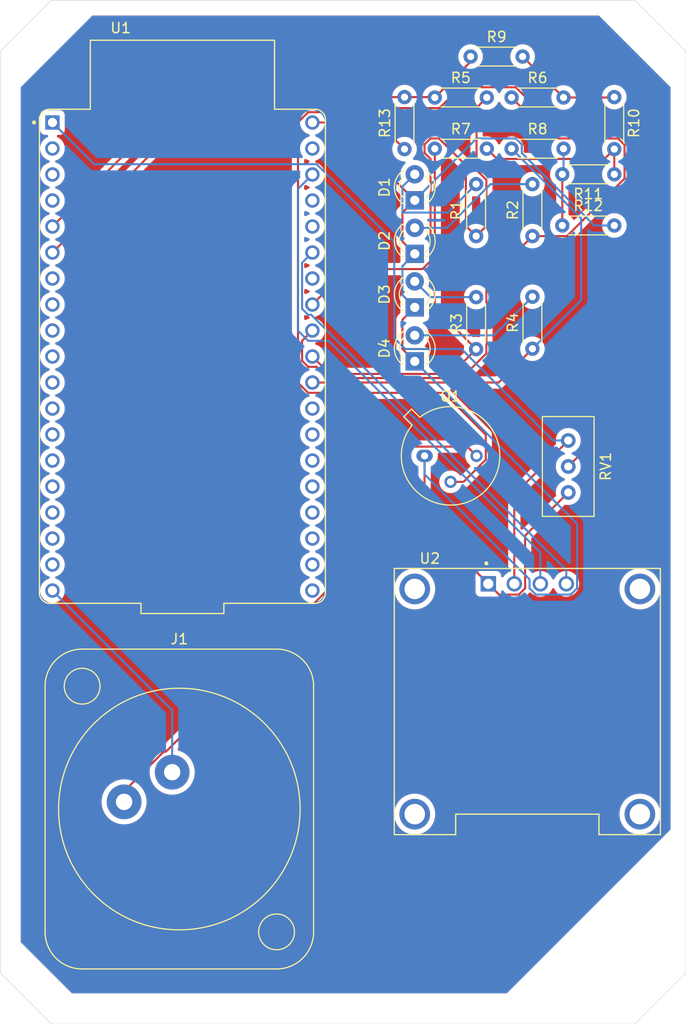
<source format=kicad_pcb>
(kicad_pcb (version 20241229) (generator "pcbnew") (generator_version "9.0")
  (layers (0 "F.Cu" signal) (2 "B.Cu" signal) (13 "F.Paste" user) (15 "B.Paste" user) (5 "F.SilkS" user "F.Silkscreen") (7 "B.SilkS" user "B.Silkscreen") (1 "F.Mask" user) (3 "B.Mask" user) (25 "Edge.Cuts" user))
  (net 0 "")
  (net 1 "Net-(D1-K)")
  (net 2 "Net-(D1-A)")
  (net 3 "Net-(D2-A)")
  (net 4 "Net-(D3-A)")
  (net 5 "Net-(D4-A)")
  (net 6 "Net-(Q1-C)")
  (net 7 "Net-(U1-EXT_5V)")
  (net 8 "Net-(Q1-B)")
  (net 9 "Net-(U1-IO19)")
  (net 10 "Net-(U1-IO18)")
  (net 11 "Net-(U1-IO5)")
  (net 12 "Net-(U1-IO17)")
  (net 13 "Net-(U1-IO34)")
  (net 14 "Net-(R10-Pad1)")
  (net 15 "Net-(R10-Pad2)")
  (net 16 "Net-(R11-Pad2)")
  (net 17 "Net-(U1-3V3)")
  (net 18 "Net-(U1-IO35)")
  (net 25 "Net-(U1-IO21)")
  (net 42 "Net-(U1-IO22)")
  (footprint "DM-OLED096-636:MODULE_DM-OLED096-636" (layer "F.Cu") (at 86.5 92.5)
    (property "Reference" "U2" (at -9.525 -13.97 0) (layer "F.SilkS"))
    (property "Value" "DM-OLED096-636")
    (fp_line (start -13 -13) (end 13 -13) (stroke (width 0.127)) (layer "F.SilkS"))
    (fp_line (start -13 13) (end -13 -13) (stroke (width 0.127)) (layer "F.SilkS"))
    (fp_line (start -7 11) (end -7 13) (stroke (width 0.127)) (layer "F.SilkS"))
    (fp_line (start -7 13) (end -13 13) (stroke (width 0.127)) (layer "F.SilkS"))
    (fp_line (start 7 11) (end -7 11) (stroke (width 0.127)) (layer "F.SilkS"))
    (fp_line (start 7 13) (end 7 11) (stroke (width 0.127)) (layer "F.SilkS"))
    (fp_line (start 13 -13) (end 13 13) (stroke (width 0.127)) (layer "F.SilkS"))
    (fp_line (start 13 13) (end 7 13) (stroke (width 0.127)) (layer "F.SilkS"))
    (fp_circle (center -4 -13.5) (end -3.9 -13.5) (stroke (width 0.2)) (fill no) (layer "F.SilkS"))
    (pad "1" thru_hole rect (at -3.81 -11.5) (size 1.508 1.508) (drill 1) (layers "*.Cu" "*.Mask") (net 1 "Net-(D1-K)"))
    (pad "2" thru_hole circle (at -1.27 -11.5) (size 1.508 1.508) (drill 1) (layers "*.Cu" "*.Mask") (net 17 "Net-(U1-3V3)"))
    (pad "3" thru_hole circle (at 1.27 -11.5) (size 1.508 1.508) (drill 1) (layers "*.Cu" "*.Mask") (net 42 "Net-(U1-IO22)"))
    (pad "4" thru_hole circle (at 3.81 -11.5) (size 1.508 1.508) (drill 1) (layers "*.Cu" "*.Mask") (net 25 "Net-(U1-IO21)"))
    (pad "S1" thru_hole circle (at -11 -11) (size 3 3) (drill 2) (layers "*.Cu" "*.Mask"))
    (pad "S2" thru_hole circle (at 11 -11) (size 3 3) (drill 2) (layers "*.Cu" "*.Mask"))
    (pad "S3" thru_hole circle (at 11 11) (size 3 3) (drill 2) (layers "*.Cu" "*.Mask"))
    (pad "S4" thru_hole circle (at -11 11) (size 3 3) (drill 2) (layers "*.Cu" "*.Mask"))
  )
  (footprint "Resistor_THT:R_Axial_DIN0204_L3.6mm_D1.6mm_P5.08mm_Horizontal" (layer "F.Cu") (at 80.96 29.5)
    (property "Reference" "R9" (at 2.54 -1.92 0) (layer "F.SilkS"))
    (property "Value" "R")
    (fp_line (start 0.62 -0.92) (end 4.46 -0.92) (stroke (width 0.12)) (layer "F.SilkS"))
    (fp_line (start 0.62 0.92) (end 4.46 0.92) (stroke (width 0.12)) (layer "F.SilkS"))
    (pad "1" thru_hole circle (at 0 0) (size 1.4 1.4) (drill 0.7) (layers "*.Cu" "*.Mask") (net 13 "Net-(U1-IO34)"))
    (pad "2" thru_hole circle (at 5.08 0) (size 1.4 1.4) (drill 0.7) (layers "*.Cu" "*.Mask") (net 14 "Net-(R10-Pad1)"))
  )
  (footprint "Resistor_THT:R_Axial_DIN0204_L3.6mm_D1.6mm_P5.08mm_Horizontal" (layer "F.Cu") (at 84.96 33.5)
    (property "Reference" "R6" (at 2.54 -1.92 0) (layer "F.SilkS"))
    (property "Value" "R")
    (fp_line (start 0.62 -0.92) (end 4.46 -0.92) (stroke (width 0.12)) (layer "F.SilkS"))
    (fp_line (start 0.62 0.92) (end 4.46 0.92) (stroke (width 0.12)) (layer "F.SilkS"))
    (pad "1" thru_hole circle (at 0 0) (size 1.4 1.4) (drill 0.7) (layers "*.Cu" "*.Mask") (net 10 "Net-(U1-IO18)"))
    (pad "2" thru_hole circle (at 5.08 0) (size 1.4 1.4) (drill 0.7) (layers "*.Cu" "*.Mask") (net 14 "Net-(R10-Pad1)"))
  )
  (footprint "Package_TO_SOT_THT:TO-39-3" (layer "F.Cu") (at 76.46 68.5)
    (property "Reference" "Q1" (at 2.54 -5.81 0) (layer "F.SilkS"))
    (property "Value" "2N2219")
    (fp_line (start -2.034693 -3.811018) (end -1.22152 -2.997844) (stroke (width 0.12)) (layer "F.SilkS"))
    (fp_line (start -1.271018 -4.574693) (end -2.034693 -3.811018) (stroke (width 0.12)) (layer "F.SilkS"))
    (fp_line (start -0.457844 -3.76152) (end -1.271018 -4.574693) (stroke (width 0.12)) (layer "F.SilkS"))
    (fp_arc (start -0.457844 -3.76152) (mid 5.941184 3.401184) (end -1.22152 -2.997844) (stroke (width 0.12)) (layer "F.SilkS"))
    (pad "1" thru_hole oval (at 0 0) (size 1.6 1.2) (drill 0.7) (layers "*.Cu" "*.Mask") (net 1 "Net-(D1-K)"))
    (pad "2" thru_hole circle (at 2.54 2.54) (size 1.2 1.2) (drill 0.7) (layers "*.Cu" "*.Mask") (net 8 "Net-(Q1-B)"))
    (pad "3" thru_hole circle (at 5.08 0) (size 1.2 1.2) (drill 0.7) (layers "*.Cu" "*.Mask") (net 6 "Net-(Q1-C)"))
  )
  (footprint "LED_THT:LED_D3.0mm_Clear" (layer "F.Cu") (at 75.5 54 90)
    (property "Reference" "D3" (at 1.27 -2.96 90) (layer "F.SilkS"))
    (property "Value" "LED")
    (fp_line (start -0.29 -1.236) (end -0.29 -1.08) (stroke (width 0.12)) (layer "F.SilkS"))
    (fp_line (start -0.29 1.08) (end -0.29 1.236) (stroke (width 0.12)) (layer "F.SilkS"))
    (fp_arc (start -0.29 -1.235516) (mid 1.36566 -1.987699) (end 2.941437 -1.08) (stroke (width 0.12)) (layer "F.SilkS"))
    (fp_arc (start 0.229039 -1.08) (mid 1.27 -1.5) (end 2.310961 -1.08) (stroke (width 0.12)) (layer "F.SilkS"))
    (fp_arc (start 2.941437 1.08) (mid 1.36566 1.987699) (end -0.29 1.235516) (stroke (width 0.12)) (layer "F.SilkS"))
    (fp_arc (start 2.310961 1.08) (mid 1.27 1.5) (end 0.229039 1.08) (stroke (width 0.12)) (layer "F.SilkS"))
    (pad "1" thru_hole rect (at 0 0 90) (size 1.8 1.8) (drill 0.9) (layers "*.Cu" "*.Mask") (net 1 "Net-(D1-K)"))
    (pad "2" thru_hole circle (at 2.54 0 90) (size 1.8 1.8) (drill 0.9) (layers "*.Cu" "*.Mask") (net 4 "Net-(D3-A)"))
  )
  (footprint "LED_THT:LED_D3.0mm_Clear" (layer "F.Cu") (at 75.5 43.54 90)
    (property "Reference" "D1" (at 1.27 -2.96 90) (layer "F.SilkS"))
    (property "Value" "LED")
    (fp_line (start -0.29 -1.236) (end -0.29 -1.08) (stroke (width 0.12)) (layer "F.SilkS"))
    (fp_line (start -0.29 1.08) (end -0.29 1.236) (stroke (width 0.12)) (layer "F.SilkS"))
    (fp_arc (start -0.29 -1.235516) (mid 1.36566 -1.987699) (end 2.941437 -1.08) (stroke (width 0.12)) (layer "F.SilkS"))
    (fp_arc (start 0.229039 -1.08) (mid 1.27 -1.5) (end 2.310961 -1.08) (stroke (width 0.12)) (layer "F.SilkS"))
    (fp_arc (start 2.941437 1.08) (mid 1.36566 1.987699) (end -0.29 1.235516) (stroke (width 0.12)) (layer "F.SilkS"))
    (fp_arc (start 2.310961 1.08) (mid 1.27 1.5) (end 0.229039 1.08) (stroke (width 0.12)) (layer "F.SilkS"))
    (pad "1" thru_hole rect (at 0 0 90) (size 1.8 1.8) (drill 0.9) (layers "*.Cu" "*.Mask") (net 1 "Net-(D1-K)"))
    (pad "2" thru_hole circle (at 2.54 0 90) (size 1.8 1.8) (drill 0.9) (layers "*.Cu" "*.Mask") (net 2 "Net-(D1-A)"))
  )
  (footprint "LED_THT:LED_D3.0mm_Clear" (layer "F.Cu") (at 75.5 59.27 90)
    (property "Reference" "D4" (at 1.27 -2.96 90) (layer "F.SilkS"))
    (property "Value" "LED")
    (fp_line (start -0.29 -1.236) (end -0.29 -1.08) (stroke (width 0.12)) (layer "F.SilkS"))
    (fp_line (start -0.29 1.08) (end -0.29 1.236) (stroke (width 0.12)) (layer "F.SilkS"))
    (fp_arc (start -0.29 -1.235516) (mid 1.36566 -1.987699) (end 2.941437 -1.08) (stroke (width 0.12)) (layer "F.SilkS"))
    (fp_arc (start 0.229039 -1.08) (mid 1.27 -1.5) (end 2.310961 -1.08) (stroke (width 0.12)) (layer "F.SilkS"))
    (fp_arc (start 2.941437 1.08) (mid 1.36566 1.987699) (end -0.29 1.235516) (stroke (width 0.12)) (layer "F.SilkS"))
    (fp_arc (start 2.310961 1.08) (mid 1.27 1.5) (end 0.229039 1.08) (stroke (width 0.12)) (layer "F.SilkS"))
    (pad "1" thru_hole rect (at 0 0 90) (size 1.8 1.8) (drill 0.9) (layers "*.Cu" "*.Mask") (net 1 "Net-(D1-K)"))
    (pad "2" thru_hole circle (at 2.54 0 90) (size 1.8 1.8) (drill 0.9) (layers "*.Cu" "*.Mask") (net 5 "Net-(D4-A)"))
  )
  (footprint "Resistor_THT:R_Axial_DIN0204_L3.6mm_D1.6mm_P5.08mm_Horizontal" (layer "F.Cu") (at 84.96 38.5)
    (property "Reference" "R8" (at 2.54 -1.92 0) (layer "F.SilkS"))
    (property "Value" "R")
    (fp_line (start 0.62 -0.92) (end 4.46 -0.92) (stroke (width 0.12)) (layer "F.SilkS"))
    (fp_line (start 0.62 0.92) (end 4.46 0.92) (stroke (width 0.12)) (layer "F.SilkS"))
    (pad "1" thru_hole circle (at 0 0) (size 1.4 1.4) (drill 0.7) (layers "*.Cu" "*.Mask") (net 12 "Net-(U1-IO17)"))
    (pad "2" thru_hole circle (at 5.08 0) (size 1.4 1.4) (drill 0.7) (layers "*.Cu" "*.Mask") (net 16 "Net-(R11-Pad2)"))
  )
  (footprint "Resistor_THT:R_Axial_DIN0204_L3.6mm_D1.6mm_P5.08mm_Horizontal" (layer "F.Cu") (at 81.5 47.04 90)
    (property "Reference" "R1" (at 2.54 -1.92 90) (layer "F.SilkS"))
    (property "Value" "R")
    (fp_line (start 0.62 -0.92) (end 4.46 -0.92) (stroke (width 0.12)) (layer "F.SilkS"))
    (fp_line (start 0.62 0.92) (end 4.46 0.92) (stroke (width 0.12)) (layer "F.SilkS"))
    (pad "1" thru_hole circle (at 0 0 90) (size 1.4 1.4) (drill 0.7) (layers "*.Cu" "*.Mask") (net 9 "Net-(U1-IO19)"))
    (pad "2" thru_hole circle (at 5.08 0 90) (size 1.4 1.4) (drill 0.7) (layers "*.Cu" "*.Mask") (net 2 "Net-(D1-A)"))
  )
  (footprint "Potentiometer_THT:Potentiometer_Bourns_3296W_Vertical" (layer "F.Cu") (at 90.5 72.08 -90)
    (property "Reference" "RV1" (at -2.54 -3.66 90) (layer "F.SilkS"))
    (property "Value" "R_Potentiometer_Trim_US")
    (fp_line (start -7.415 2.53) (end -7.415 -2.52) (stroke (width 0.12)) (layer "F.SilkS"))
    (fp_line (start 2.335 2.53) (end -7.415 2.53) (stroke (width 0.12)) (layer "F.SilkS"))
    (fp_line (start -7.415 -2.52) (end 2.335 -2.52) (stroke (width 0.12)) (layer "F.SilkS"))
    (fp_line (start 2.335 -2.52) (end 2.335 2.53) (stroke (width 0.12)) (layer "F.SilkS"))
    (pad "1" thru_hole circle (at 0 0 270) (size 1.44 1.44) (drill 0.8) (layers "*.Cu" "*.Mask") (net 1 "Net-(D1-K)"))
    (pad "2" thru_hole circle (at -2.54 0 270) (size 1.44 1.44) (drill 0.8) (layers "*.Cu" "*.Mask") (net 18 "Net-(U1-IO35)"))
    (pad "3" thru_hole circle (at -5.08 0 270) (size 1.44 1.44) (drill 0.8) (layers "*.Cu" "*.Mask") (net 17 "Net-(U1-3V3)"))
  )
  (footprint "LED_THT:LED_D3.0mm_Clear" (layer "F.Cu") (at 75.5 48.77 90)
    (property "Reference" "D2" (at 1.27 -2.96 90) (layer "F.SilkS"))
    (property "Value" "LED")
    (fp_line (start -0.29 -1.236) (end -0.29 -1.08) (stroke (width 0.12)) (layer "F.SilkS"))
    (fp_line (start -0.29 1.08) (end -0.29 1.236) (stroke (width 0.12)) (layer "F.SilkS"))
    (fp_arc (start -0.29 -1.235516) (mid 1.36566 -1.987699) (end 2.941437 -1.08) (stroke (width 0.12)) (layer "F.SilkS"))
    (fp_arc (start 0.229039 -1.08) (mid 1.27 -1.5) (end 2.310961 -1.08) (stroke (width 0.12)) (layer "F.SilkS"))
    (fp_arc (start 2.941437 1.08) (mid 1.36566 1.987699) (end -0.29 1.235516) (stroke (width 0.12)) (layer "F.SilkS"))
    (fp_arc (start 2.310961 1.08) (mid 1.27 1.5) (end 0.229039 1.08) (stroke (width 0.12)) (layer "F.SilkS"))
    (pad "1" thru_hole rect (at 0 0 90) (size 1.8 1.8) (drill 0.9) (layers "*.Cu" "*.Mask") (net 1 "Net-(D1-K)"))
    (pad "2" thru_hole circle (at 2.54 0 90) (size 1.8 1.8) (drill 0.9) (layers "*.Cu" "*.Mask") (net 3 "Net-(D2-A)"))
  )
  (footprint "ESP32:MODULE_ESP32-DEVKITC-32E" (layer "F.Cu") (at 52.8 58.775)
    (property "Reference" "U1" (at -6.0325 -32.0675 0) (layer "F.SilkS"))
    (property "Value" "ESP32-DEVKITC-32E")
    (fp_line (start -13.97 23.13) (end -13.97 -23.13) (stroke (width 0.127)) (layer "F.SilkS"))
    (fp_line (start -12.97 -24.13) (end -9 -24.13) (stroke (width 0.127)) (layer "F.SilkS"))
    (fp_line (start -12.97 24.13) (end -4.05 24.13) (stroke (width 0.127)) (layer "F.SilkS"))
    (fp_line (start -9 -30.87) (end 9 -30.87) (stroke (width 0.127)) (layer "F.SilkS"))
    (fp_line (start -9 -24.13) (end -9 -30.87) (stroke (width 0.127)) (layer "F.SilkS"))
    (fp_line (start -4.05 24.13) (end -4.05 25.13) (stroke (width 0.127)) (layer "F.SilkS"))
    (fp_line (start -4.05 25.13) (end 4.05 25.13) (stroke (width 0.127)) (layer "F.SilkS"))
    (fp_line (start 4.05 24.13) (end 12.97 24.13) (stroke (width 0.127)) (layer "F.SilkS"))
    (fp_line (start 4.05 25.13) (end 4.05 24.13) (stroke (width 0.127)) (layer "F.SilkS"))
    (fp_line (start 9 -30.87) (end 9 -24.13) (stroke (width 0.127)) (layer "F.SilkS"))
    (fp_line (start 9 -24.13) (end 12.97 -24.13) (stroke (width 0.127)) (layer "F.SilkS"))
    (fp_line (start 13.97 23.13) (end 13.97 -23.13) (stroke (width 0.127)) (layer "F.SilkS"))
    (fp_arc (start -13.97 -23.13) (mid -13.677107 -23.837107) (end -12.97 -24.13) (stroke (width 0.127)) (layer "F.SilkS"))
    (fp_arc (start -12.97 24.13) (mid -13.677107 23.837107) (end -13.97 23.13) (stroke (width 0.127)) (layer "F.SilkS"))
    (fp_arc (start 12.97 -24.13) (mid 13.677107 -23.837107) (end 13.97 -23.13) (stroke (width 0.127)) (layer "F.SilkS"))
    (fp_arc (start 13.97 23.13) (mid 13.677107 23.837107) (end 12.97 24.13) (stroke (width 0.127)) (layer "F.SilkS"))
    (fp_circle (center -14.5 -22.835) (end -14.4 -22.835) (stroke (width 0.2)) (fill no) (layer "F.SilkS"))
    (pad "J2_1" thru_hole rect (at -12.7 -22.835) (size 1.408 1.408) (drill 0.9) (layers "*.Cu" "*.Mask") (net 17 "Net-(U1-3V3)"))
    (pad "J2_2" thru_hole circle (at -12.7 -20.295) (size 1.408 1.408) (drill 0.9) (layers "*.Cu" "*.Mask"))
    (pad "J2_3" thru_hole circle (at -12.7 -17.755) (size 1.408 1.408) (drill 0.9) (layers "*.Cu" "*.Mask"))
    (pad "J2_4" thru_hole circle (at -12.7 -15.215) (size 1.408 1.408) (drill 0.9) (layers "*.Cu" "*.Mask"))
    (pad "J2_5" thru_hole circle (at -12.7 -12.675) (size 1.408 1.408) (drill 0.9) (layers "*.Cu" "*.Mask") (net 13 "Net-(U1-IO34)"))
    (pad "J2_6" thru_hole circle (at -12.7 -10.135) (size 1.408 1.408) (drill 0.9) (layers "*.Cu" "*.Mask") (net 18 "Net-(U1-IO35)"))
    (pad "J2_7" thru_hole circle (at -12.7 -7.595) (size 1.408 1.408) (drill 0.9) (layers "*.Cu" "*.Mask"))
    (pad "J2_8" thru_hole circle (at -12.7 -5.055) (size 1.408 1.408) (drill 0.9) (layers "*.Cu" "*.Mask"))
    (pad "J2_9" thru_hole circle (at -12.7 -2.515) (size 1.408 1.408) (drill 0.9) (layers "*.Cu" "*.Mask"))
    (pad "J2_10" thru_hole circle (at -12.7 0.025) (size 1.408 1.408) (drill 0.9) (layers "*.Cu" "*.Mask"))
    (pad "J2_11" thru_hole circle (at -12.7 2.565) (size 1.408 1.408) (drill 0.9) (layers "*.Cu" "*.Mask"))
    (pad "J2_12" thru_hole circle (at -12.7 5.105) (size 1.408 1.408) (drill 0.9) (layers "*.Cu" "*.Mask"))
    (pad "J2_13" thru_hole circle (at -12.7 7.645) (size 1.408 1.408) (drill 0.9) (layers "*.Cu" "*.Mask"))
    (pad "J2_14" thru_hole circle (at -12.7 10.185) (size 1.408 1.408) (drill 0.9) (layers "*.Cu" "*.Mask"))
    (pad "J2_15" thru_hole circle (at -12.7 12.725) (size 1.408 1.408) (drill 0.9) (layers "*.Cu" "*.Mask"))
    (pad "J2_16" thru_hole circle (at -12.7 15.265) (size 1.408 1.408) (drill 0.9) (layers "*.Cu" "*.Mask"))
    (pad "J2_17" thru_hole circle (at -12.7 17.805) (size 1.408 1.408) (drill 0.9) (layers "*.Cu" "*.Mask"))
    (pad "J2_18" thru_hole circle (at -12.7 20.345) (size 1.408 1.408) (drill 0.9) (layers "*.Cu" "*.Mask"))
    (pad "J2_19" thru_hole circle (at -12.7 22.885) (size 1.408 1.408) (drill 0.9) (layers "*.Cu" "*.Mask") (net 7 "Net-(U1-EXT_5V)"))
    (pad "J3_1" thru_hole circle (at 12.7 -22.835) (size 1.408 1.408) (drill 0.9) (layers "*.Cu" "*.Mask") (net 1 "Net-(D1-K)"))
    (pad "J3_2" thru_hole circle (at 12.7 -20.295) (size 1.408 1.408) (drill 0.9) (layers "*.Cu" "*.Mask"))
    (pad "J3_3" thru_hole circle (at 12.7 -17.755) (size 1.408 1.408) (drill 0.9) (layers "*.Cu" "*.Mask") (net 42 "Net-(U1-IO22)"))
    (pad "J3_4" thru_hole circle (at 12.7 -15.215) (size 1.408 1.408) (drill 0.9) (layers "*.Cu" "*.Mask"))
    (pad "J3_5" thru_hole circle (at 12.7 -12.675) (size 1.408 1.408) (drill 0.9) (layers "*.Cu" "*.Mask"))
    (pad "J3_6" thru_hole circle (at 12.7 -10.135) (size 1.408 1.408) (drill 0.9) (layers "*.Cu" "*.Mask") (net 25 "Net-(U1-IO21)"))
    (pad "J3_7" thru_hole circle (at 12.7 -7.595) (size 1.408 1.408) (drill 0.9) (layers "*.Cu" "*.Mask"))
    (pad "J3_8" thru_hole circle (at 12.7 -5.055) (size 1.408 1.408) (drill 0.9) (layers "*.Cu" "*.Mask") (net 9 "Net-(U1-IO19)"))
    (pad "J3_9" thru_hole circle (at 12.7 -2.515) (size 1.408 1.408) (drill 0.9) (layers "*.Cu" "*.Mask") (net 10 "Net-(U1-IO18)"))
    (pad "J3_10" thru_hole circle (at 12.7 0.025) (size 1.408 1.408) (drill 0.9) (layers "*.Cu" "*.Mask") (net 11 "Net-(U1-IO5)"))
    (pad "J3_11" thru_hole circle (at 12.7 2.565) (size 1.408 1.408) (drill 0.9) (layers "*.Cu" "*.Mask") (net 12 "Net-(U1-IO17)"))
    (pad "J3_12" thru_hole circle (at 12.7 5.105) (size 1.408 1.408) (drill 0.9) (layers "*.Cu" "*.Mask"))
    (pad "J3_13" thru_hole circle (at 12.7 7.645) (size 1.408 1.408) (drill 0.9) (layers "*.Cu" "*.Mask"))
    (pad "J3_14" thru_hole circle (at 12.7 10.185) (size 1.408 1.408) (drill 0.9) (layers "*.Cu" "*.Mask"))
    (pad "J3_15" thru_hole circle (at 12.7 12.725) (size 1.408 1.408) (drill 0.9) (layers "*.Cu" "*.Mask"))
    (pad "J3_16" thru_hole circle (at 12.7 15.265) (size 1.408 1.408) (drill 0.9) (layers "*.Cu" "*.Mask"))
    (pad "J3_17" thru_hole circle (at 12.7 17.805) (size 1.408 1.408) (drill 0.9) (layers "*.Cu" "*.Mask"))
    (pad "J3_18" thru_hole circle (at 12.7 20.345) (size 1.408 1.408) (drill 0.9) (layers "*.Cu" "*.Mask"))
    (pad "J3_19" thru_hole circle (at 12.7 22.885) (size 1.408 1.408) (drill 0.9) (layers "*.Cu" "*.Mask"))
  )
  (footprint "Connector_Audio:Jack_speakON_Neutrik_NL2MDXX-V_Vertical" (layer "F.Cu") (at 51.8 99.4)
    (property "Reference" "J1" (at 0.7 -13 0) (layer "F.SilkS"))
    (property "Value" "SpeakON_NL2")
    (fp_line (start -12.42 15.72) (end -12.42 -8.52) (stroke (width 0.12)) (layer "F.SilkS"))
    (fp_line (start -8.92 -12.02) (end 10.32 -12.02) (stroke (width 0.12)) (layer "F.SilkS"))
    (fp_line (start -8.92 19.22) (end 10.32 19.22) (stroke (width 0.12)) (layer "F.SilkS"))
    (fp_line (start 13.82 15.72) (end 13.82 -8.52) (stroke (width 0.12)) (layer "F.SilkS"))
    (fp_arc (start -12.42 -8.52) (mid -11.274874 -11.044579) (end -8.68 -12.02) (stroke (width 0.12)) (layer "F.SilkS"))
    (fp_arc (start -8.92 19.22) (mid -11.444579 18.074874) (end -12.42 15.48) (stroke (width 0.12)) (layer "F.SilkS"))
    (fp_arc (start 10.32 -12.02) (mid 12.844579 -10.874874) (end 13.82 -8.28) (stroke (width 0.12)) (layer "F.SilkS"))
    (fp_arc (start 13.82 15.72) (mid 12.674874 18.244579) (end 10.08 19.22) (stroke (width 0.12)) (layer "F.SilkS"))
    (fp_circle (center -8.8 -8.4) (end -7.05 -8.4) (stroke (width 0.12)) (fill no) (layer "F.SilkS"))
    (fp_circle (center 0.7 3.6) (end 12.5 3.6) (stroke (width 0.12)) (fill no) (layer "F.SilkS"))
    (fp_circle (center 10.2 15.6) (end 11.95 15.6) (stroke (width 0.12)) (fill no) (layer "F.SilkS"))
    (pad "1+" thru_hole circle (at 0 0) (size 3.4 3.4) (drill 1.6) (layers "*.Cu" "*.Mask") (net 7 "Net-(U1-EXT_5V)"))
    (pad "1-" thru_hole circle (at -4.7 2.9) (size 3.4 3.4) (drill 1.6) (layers "*.Cu" "*.Mask") (net 6 "Net-(Q1-C)"))
  )
  (footprint "Resistor_THT:R_Axial_DIN0204_L3.6mm_D1.6mm_P5.08mm_Horizontal" (layer "F.Cu") (at 77.46 33.5)
    (property "Reference" "R5" (at 2.54 -1.92 0) (layer "F.SilkS"))
    (property "Value" "R")
    (fp_line (start 0.62 -0.92) (end 4.46 -0.92) (stroke (width 0.12)) (layer "F.SilkS"))
    (fp_line (start 0.62 0.92) (end 4.46 0.92) (stroke (width 0.12)) (layer "F.SilkS"))
    (pad "1" thru_hole circle (at 0 0) (size 1.4 1.4) (drill 0.7) (layers "*.Cu" "*.Mask") (net 13 "Net-(U1-IO34)"))
    (pad "2" thru_hole circle (at 5.08 0) (size 1.4 1.4) (drill 0.7) (layers "*.Cu" "*.Mask") (net 9 "Net-(U1-IO19)"))
  )
  (footprint "Resistor_THT:R_Axial_DIN0204_L3.6mm_D1.6mm_P5.08mm_Horizontal" (layer "F.Cu") (at 89.92 46)
    (property "Reference" "R12" (at 2.54 -1.92 0) (layer "F.SilkS"))
    (property "Value" "R")
    (fp_line (start 0.62 -0.92) (end 4.46 -0.92) (stroke (width 0.12)) (layer "F.SilkS"))
    (fp_line (start 0.62 0.92) (end 4.46 0.92) (stroke (width 0.12)) (layer "F.SilkS"))
    (pad "1" thru_hole circle (at 0 0) (size 1.4 1.4) (drill 0.7) (layers "*.Cu" "*.Mask") (net 16 "Net-(R11-Pad2)"))
    (pad "2" thru_hole circle (at 5.08 0) (size 1.4 1.4) (drill 0.7) (layers "*.Cu" "*.Mask") (net 1 "Net-(D1-K)"))
  )
  (footprint "Resistor_THT:R_Axial_DIN0204_L3.6mm_D1.6mm_P5.08mm_Horizontal" (layer "F.Cu") (at 87 58.04 90)
    (property "Reference" "R4" (at 2.54 -1.92 90) (layer "F.SilkS"))
    (property "Value" "R")
    (fp_line (start 0.62 -0.92) (end 4.46 -0.92) (stroke (width 0.12)) (layer "F.SilkS"))
    (fp_line (start 0.62 0.92) (end 4.46 0.92) (stroke (width 0.12)) (layer "F.SilkS"))
    (pad "1" thru_hole circle (at 0 0 90) (size 1.4 1.4) (drill 0.7) (layers "*.Cu" "*.Mask") (net 12 "Net-(U1-IO17)"))
    (pad "2" thru_hole circle (at 5.08 0 90) (size 1.4 1.4) (drill 0.7) (layers "*.Cu" "*.Mask") (net 5 "Net-(D4-A)"))
  )
  (footprint "Resistor_THT:R_Axial_DIN0204_L3.6mm_D1.6mm_P5.08mm_Horizontal" (layer "F.Cu") (at 87 47.04 90)
    (property "Reference" "R2" (at 2.54 -1.92 90) (layer "F.SilkS"))
    (property "Value" "R")
    (fp_line (start 0.62 -0.92) (end 4.46 -0.92) (stroke (width 0.12)) (layer "F.SilkS"))
    (fp_line (start 0.62 0.92) (end 4.46 0.92) (stroke (width 0.12)) (layer "F.SilkS"))
    (pad "1" thru_hole circle (at 0 0 90) (size 1.4 1.4) (drill 0.7) (layers "*.Cu" "*.Mask") (net 10 "Net-(U1-IO18)"))
    (pad "2" thru_hole circle (at 5.08 0 90) (size 1.4 1.4) (drill 0.7) (layers "*.Cu" "*.Mask") (net 3 "Net-(D2-A)"))
  )
  (footprint "Resistor_THT:R_Axial_DIN0204_L3.6mm_D1.6mm_P5.08mm_Horizontal" (layer "F.Cu") (at 77.46 38.5)
    (property "Reference" "R7" (at 2.54 -1.92 0) (layer "F.SilkS"))
    (property "Value" "R")
    (fp_line (start 0.62 -0.92) (end 4.46 -0.92) (stroke (width 0.12)) (layer "F.SilkS"))
    (fp_line (start 0.62 0.92) (end 4.46 0.92) (stroke (width 0.12)) (layer "F.SilkS"))
    (pad "1" thru_hole circle (at 0 0) (size 1.4 1.4) (drill 0.7) (layers "*.Cu" "*.Mask") (net 11 "Net-(U1-IO5)"))
    (pad "2" thru_hole circle (at 5.08 0) (size 1.4 1.4) (drill 0.7) (layers "*.Cu" "*.Mask") (net 15 "Net-(R10-Pad2)"))
  )
  (footprint "Resistor_THT:R_Axial_DIN0204_L3.6mm_D1.6mm_P5.08mm_Horizontal" (layer "F.Cu") (at 74.5 38.54 90)
    (property "Reference" "R13" (at 2.54 -1.92 90) (layer "F.SilkS"))
    (property "Value" "R")
    (fp_line (start 0.62 -0.92) (end 4.46 -0.92) (stroke (width 0.12)) (layer "F.SilkS"))
    (fp_line (start 0.62 0.92) (end 4.46 0.92) (stroke (width 0.12)) (layer "F.SilkS"))
    (pad "1" thru_hole circle (at 0 0 90) (size 1.4 1.4) (drill 0.7) (layers "*.Cu" "*.Mask") (net 8 "Net-(Q1-B)"))
    (pad "2" thru_hole circle (at 5.08 0 90) (size 1.4 1.4) (drill 0.7) (layers "*.Cu" "*.Mask") (net 13 "Net-(U1-IO34)"))
  )
  (footprint "Resistor_THT:R_Axial_DIN0204_L3.6mm_D1.6mm_P5.08mm_Horizontal" (layer "F.Cu") (at 81.5 58.08 90)
    (property "Reference" "R3" (at 2.54 -1.92 90) (layer "F.SilkS"))
    (property "Value" "R")
    (fp_line (start 0.62 -0.92) (end 4.46 -0.92) (stroke (width 0.12)) (layer "F.SilkS"))
    (fp_line (start 0.62 0.92) (end 4.46 0.92) (stroke (width 0.12)) (layer "F.SilkS"))
    (pad "1" thru_hole circle (at 0 0 90) (size 1.4 1.4) (drill 0.7) (layers "*.Cu" "*.Mask") (net 11 "Net-(U1-IO5)"))
    (pad "2" thru_hole circle (at 5.08 0 90) (size 1.4 1.4) (drill 0.7) (layers "*.Cu" "*.Mask") (net 4 "Net-(D3-A)"))
  )
  (footprint "Resistor_THT:R_Axial_DIN0204_L3.6mm_D1.6mm_P5.08mm_Horizontal" (layer "F.Cu") (at 95 41 180)
    (property "Reference" "R11" (at 2.54 -1.92 0) (layer "F.SilkS"))
    (property "Value" "R")
    (fp_line (start 0.62 0.92) (end 4.46 0.92) (stroke (width 0.12)) (layer "F.SilkS"))
    (fp_line (start 0.62 -0.92) (end 4.46 -0.92) (stroke (width 0.12)) (layer "F.SilkS"))
    (pad "1" thru_hole circle (at 0 0 180) (size 1.4 1.4) (drill 0.7) (layers "*.Cu" "*.Mask") (net 15 "Net-(R10-Pad2)"))
    (pad "2" thru_hole circle (at 5.08 0 180) (size 1.4 1.4) (drill 0.7) (layers "*.Cu" "*.Mask") (net 16 "Net-(R11-Pad2)"))
  )
  (footprint "Resistor_THT:R_Axial_DIN0204_L3.6mm_D1.6mm_P5.08mm_Horizontal" (layer "F.Cu") (at 95 33.46 -90)
    (property "Reference" "R10" (at 2.54 -1.92 90) (layer "F.SilkS"))
    (property "Value" "R")
    (fp_line (start 0.62 0.92) (end 4.46 0.92) (stroke (width 0.12)) (layer "F.SilkS"))
    (fp_line (start 0.62 -0.92) (end 4.46 -0.92) (stroke (width 0.12)) (layer "F.SilkS"))
    (pad "1" thru_hole circle (at 0 0 270) (size 1.4 1.4) (drill 0.7) (layers "*.Cu" "*.Mask") (net 14 "Net-(R10-Pad1)"))
    (pad "2" thru_hole circle (at 5.08 0 270) (size 1.4 1.4) (drill 0.7) (layers "*.Cu" "*.Mask") (net 15 "Net-(R10-Pad2)"))
  )
  (gr_line (start 102 119) (end 97 124) (stroke (width 0.05)) (layer "Edge.Cuts"))
  (gr_line (start 97 24) (end 40 24) (stroke (width 0.05)) (layer "Edge.Cuts"))
  (gr_line (start 102 29) (end 102 119) (stroke (width 0.05)) (layer "Edge.Cuts"))
  (gr_line (start 97 24) (end 102 29) (stroke (width 0.05)) (layer "Edge.Cuts"))
  (gr_line (start 40 124) (end 35 119) (stroke (width 0.05)) (layer "Edge.Cuts"))
  (gr_line (start 97 124) (end 40 124) (stroke (width 0.05)) (layer "Edge.Cuts"))
  (gr_line (start 40 24) (end 35 29) (stroke (width 0.05)) (layer "Edge.Cuts"))
  (gr_line (start 35 29) (end 35 119) (stroke (width 0.05)) (layer "Edge.Cuts"))
  (segment (start 75.5 43.54) (end 67.9 35.94) (width 0.2) (layer "F.Cu") (net 1))
  (segment (start 74.299 55.201) (end 74.299 58.069) (width 0.2) (layer "F.Cu") (net 1))
  (segment (start 90.5 72.08) (end 86.285 76.295) (width 0.2) (layer "F.Cu") (net 1))
  (segment (start 86.285 76.295) (end 86.285 81.436996) (width 0.2) (layer "F.Cu") (net 1))
  (segment (start 82.69 81) (end 76.46 74.77) (width 0.2) (layer "F.Cu") (net 1))
  (segment (start 76.46 74.77) (end 76.46 68.5) (width 0.2) (layer "F.Cu") (net 1))
  (segment (start 67.9 35.94) (end 65.5 35.94) (width 0.2) (layer "F.Cu") (net 1))
  (segment (start 74.299 58.069) (end 75.5 59.27) (width 0.2) (layer "F.Cu") (net 1))
  (segment (start 74.299 47.569) (end 74.299 44.741) (width 0.2) (layer "F.Cu") (net 1))
  (segment (start 75.5 48.77) (end 74.299 47.569) (width 0.2) (layer "F.Cu") (net 1))
  (segment (start 74.299 44.741) (end 75.5 43.54) (width 0.2) (layer "F.Cu") (net 1))
  (segment (start 85.666996 82.055) (end 83.745 82.055) (width 0.2) (layer "F.Cu") (net 1))
  (segment (start 75.5 54) (end 74.299 55.201) (width 0.2) (layer "F.Cu") (net 1))
  (segment (start 86.285 81.436996) (end 85.666996 82.055) (width 0.2) (layer "F.Cu") (net 1))
  (segment (start 83.745 82.055) (end 82.69 81) (width 0.2) (layer "F.Cu") (net 1))
  (segment (start 91.365 81.436996) (end 91.365 75.135) (width 0.2) (layer "B.Cu") (net 1))
  (segment (start 85.961 38.914628) (end 85.961 38.085372) (width 0.2) (layer "B.Cu") (net 1))
  (segment (start 95 46) (end 93.046372 46) (width 0.2) (layer "B.Cu") (net 1))
  (segment (start 93.046372 46) (end 85.961 38.914628) (width 0.2) (layer "B.Cu") (net 1))
  (segment (start 74.299 52.799) (end 75.5 54) (width 0.2) (layer "B.Cu") (net 1))
  (segment (start 91.365 75.135) (end 75.5 59.27) (width 0.2) (layer "B.Cu") (net 1))
  (segment (start 86.715 80.563004) (end 86.715 81.436996) (width 0.2) (layer "B.Cu") (net 1))
  (segment (start 81.541 37.499) (end 75.5 43.54) (width 0.2) (layer "B.Cu") (net 1))
  (segment (start 75.5 48.77) (end 74.299 49.971) (width 0.2) (layer "B.Cu") (net 1))
  (segment (start 85.961 38.085372) (end 85.374628 37.499) (width 0.2) (layer "B.Cu") (net 1))
  (segment (start 87.333004 82.055) (end 90.746996 82.055) (width 0.2) (layer "B.Cu") (net 1))
  (segment (start 85.374628 37.499) (end 81.541 37.499) (width 0.2) (layer "B.Cu") (net 1))
  (segment (start 90.746996 82.055) (end 91.365 81.436996) (width 0.2) (layer "B.Cu") (net 1))
  (segment (start 76.46 70.308004) (end 86.715 80.563004) (width 0.2) (layer "B.Cu") (net 1))
  (segment (start 86.715 81.436996) (end 87.333004 82.055) (width 0.2) (layer "B.Cu") (net 1))
  (segment (start 74.299 49.971) (end 74.299 52.799) (width 0.2) (layer "B.Cu") (net 1))
  (segment (start 76.46 68.5) (end 76.46 70.308004) (width 0.2) (layer "B.Cu") (net 1))
  (segment (start 74.299 44.741) (end 74.299 42.201) (width 0.2) (layer "B.Cu") (net 2))
  (segment (start 78.719 44.741) (end 74.299 44.741) (width 0.2) (layer "B.Cu") (net 2))
  (segment (start 81.5 41.96) (end 78.719 44.741) (width 0.2) (layer "B.Cu") (net 2))
  (segment (start 74.299 42.201) (end 75.5 41) (width 0.2) (layer "B.Cu") (net 2))
  (segment (start 82.915628 41.96) (end 78.645628 46.23) (width 0.2) (layer "B.Cu") (net 3))
  (segment (start 78.645628 46.23) (end 75.5 46.23) (width 0.2) (layer "B.Cu") (net 3))
  (segment (start 87 41.96) (end 82.915628 41.96) (width 0.2) (layer "B.Cu") (net 3))
  (segment (start 77.04 53) (end 75.5 51.46) (width 0.2) (layer "B.Cu") (net 4))
  (segment (start 81.5 53) (end 77.04 53) (width 0.2) (layer "B.Cu") (net 4))
  (segment (start 83.23 56.73) (end 75.5 56.73) (width 0.2) (layer "B.Cu") (net 5))
  (segment (start 87 52.96) (end 83.23 56.73) (width 0.2) (layer "B.Cu") (net 5))
  (segment (start 51.182285 97.399) (end 50.971158 97.399) (width 0.2) (layer "F.Cu") (net 6))
  (segment (start 50.971158 97.399) (end 47.1 101.270158) (width 0.2) (layer "F.Cu") (net 6))
  (segment (start 73.401 75.180285) (end 51.182285 97.399) (width 0.2) (layer "F.Cu") (net 6))
  (segment (start 73.401 67.599) (end 73.401 75.180285) (width 0.2) (layer "F.Cu") (net 6))
  (segment (start 47.1 101.270158) (end 47.1 102.3) (width 0.2) (layer "F.Cu") (net 6))
  (segment (start 81.54 68.5) (end 80.639 67.599) (width 0.2) (layer "F.Cu") (net 6))
  (segment (start 80.639 67.599) (end 73.401 67.599) (width 0.2) (layer "F.Cu") (net 6))
  (segment (start 51.8 99.4) (end 51.8 93.36) (width 0.2) (layer "B.Cu") (net 7))
  (segment (start 51.8 93.36) (end 40.1 81.66) (width 0.2) (layer "B.Cu") (net 7))
  (segment (start 78.345 62.345) (end 65.083715 62.345) (width 0.2) (layer "F.Cu") (net 8))
  (segment (start 70.895 34.935) (end 74.5 38.54) (width 0.2) (layer "F.Cu") (net 8))
  (segment (start 79 71.04) (end 80.274207 71.04) (width 0.2) (layer "F.Cu") (net 8))
  (segment (start 64.094 61.355285) (end 64.094 35.924715) (width 0.2) (layer "F.Cu") (net 8))
  (segment (start 65.083715 62.345) (end 64.094 61.355285) (width 0.2) (layer "F.Cu") (net 8))
  (segment (start 65.083715 34.935) (end 70.895 34.935) (width 0.2) (layer "F.Cu") (net 8))
  (segment (start 82.441 68.873207) (end 82.441 66.441) (width 0.2) (layer "F.Cu") (net 8))
  (segment (start 64.094 35.924715) (end 65.083715 34.935) (width 0.2) (layer "F.Cu") (net 8))
  (segment (start 82.441 66.441) (end 78.345 62.345) (width 0.2) (layer "F.Cu") (net 8))
  (segment (start 80.274207 71.04) (end 82.441 68.873207) (width 0.2) (layer "F.Cu") (net 8))
  (segment (start 76.259 50.259) (end 77.045372 49.472628) (width 0.2) (layer "F.Cu") (net 9))
  (segment (start 81.539 40.583372) (end 82.501 41.545372) (width 0.2) (layer "F.Cu") (net 9))
  (segment (start 82.54 33.5) (end 81.539 34.501) (width 0.2) (layer "F.Cu") (net 9))
  (segment (start 77.045372 49.472628) (end 77.045372 39.501) (width 0.2) (layer "F.Cu") (net 9))
  (segment (start 80.499 40.123372) (end 80.499 46.039) (width 0.2) (layer "F.Cu") (net 9))
  (segment (start 77.045372 39.501) (end 76.459 38.914628) (width 0.2) (layer "F.Cu") (net 9))
  (segment (start 80.499 46.039) (end 81.5 47.04) (width 0.2) (layer "F.Cu") (net 9))
  (segment (start 82.501 41.545372) (end 82.501 46.039) (width 0.2) (layer "F.Cu") (net 9))
  (segment (start 82.501 46.039) (end 81.5 47.04) (width 0.2) (layer "F.Cu") (net 9))
  (segment (start 81.539 34.501) (end 81.539 40.583372) (width 0.2) (layer "F.Cu") (net 9))
  (segment (start 77.045372 37.499) (end 77.874628 37.499) (width 0.2) (layer "F.Cu") (net 9))
  (segment (start 77.874628 37.499) (end 80.499 40.123372) (width 0.2) (layer "F.Cu") (net 9))
  (segment (start 68.961 50.259) (end 76.259 50.259) (width 0.2) (layer "F.Cu") (net 9))
  (segment (start 76.459 38.914628) (end 76.459 38.085372) (width 0.2) (layer "F.Cu") (net 9))
  (segment (start 65.5 53.72) (end 68.961 50.259) (width 0.2) (layer "F.Cu") (net 9))
  (segment (start 76.459 38.085372) (end 77.045372 37.499) (width 0.2) (layer "F.Cu") (net 9))
  (segment (start 96.001 38.125372) (end 96.001 41.414628) (width 0.2) (layer "F.Cu") (net 10))
  (segment (start 84.96 33.5) (end 88.959 37.499) (width 0.2) (layer "F.Cu") (net 10))
  (segment (start 65.916285 59.805) (end 65.083715 59.805) (width 0.2) (layer "F.Cu") (net 10))
  (segment (start 95.374628 37.499) (end 96.001 38.125372) (width 0.2) (layer "F.Cu") (net 10))
  (segment (start 65.083715 59.805) (end 64.495 59.216285) (width 0.2) (layer "F.Cu") (net 10))
  (segment (start 82.501 51.539) (end 82.501 58.494628) (width 0.2) (layer "F.Cu") (net 10))
  (segment (start 96.001 41.414628) (end 90.375628 47.04) (width 0.2) (layer "F.Cu") (net 10))
  (segment (start 80.094628 60.901) (end 67.012285 60.901) (width 0.2) (layer "F.Cu") (net 10))
  (segment (start 88.959 37.499) (end 95.374628 37.499) (width 0.2) (layer "F.Cu") (net 10))
  (segment (start 67.012285 60.901) (end 65.916285 59.805) (width 0.2) (layer "F.Cu") (net 10))
  (segment (start 82.501 58.494628) (end 80.094628 60.901) (width 0.2) (layer "F.Cu") (net 10))
  (segment (start 64.495 59.216285) (end 64.495 57.265) (width 0.2) (layer "F.Cu") (net 10))
  (segment (start 90.375628 47.04) (end 87 47.04) (width 0.2) (layer "F.Cu") (net 10))
  (segment (start 87 47.04) (end 82.501 51.539) (width 0.2) (layer "F.Cu") (net 10))
  (segment (start 64.495 57.265) (end 65.5 56.26) (width 0.2) (layer "F.Cu") (net 10))
  (segment (start 79.08 60.5) (end 67.2 60.5) (width 0.2) (layer "F.Cu") (net 11))
  (segment (start 67.2 60.5) (end 65.5 58.8) (width 0.2) (layer "F.Cu") (net 11))
  (segment (start 77.46 38.5) (end 77.46 54.04) (width 0.2) (layer "F.Cu") (net 11))
  (segment (start 81.5 58.08) (end 79.08 60.5) (width 0.2) (layer "F.Cu") (net 11))
  (segment (start 77.46 54.04) (end 81.5 58.08) (width 0.2) (layer "F.Cu") (net 11))
  (segment (start 87 58.04) (end 83.7 61.34) (width 0.2) (layer "F.Cu") (net 12))
  (segment (start 83.7 61.34) (end 65.5 61.34) (width 0.2) (layer "F.Cu") (net 12))
  (segment (start 91.766 53.274) (end 87 58.04) (width 0.2) (layer "B.Cu") (net 12))
  (segment (start 84.96 38.5) (end 91.766 45.306) (width 0.2) (layer "B.Cu") (net 12))
  (segment (start 91.766 45.306) (end 91.766 53.274) (width 0.2) (layer "B.Cu") (net 12))
  (segment (start 74.5 33.46) (end 77.42 33.46) (width 0.2) (layer "F.Cu") (net 13))
  (segment (start 77.42 33.46) (end 77.46 33.5) (width 0.2) (layer "F.Cu") (net 13))
  (segment (start 74.5 33.46) (end 52.74 33.46) (width 0.2) (layer "F.Cu") (net 13))
  (segment (start 80.96 30) (end 80.96 29.5) (width 0.2) (layer "F.Cu") (net 13))
  (segment (start 77.46 33.5) (end 80.96 30) (width 0.2) (layer "F.Cu") (net 13))
  (segment (start 52.74 33.46) (end 40.1 46.1) (width 0.2) (layer "F.Cu") (net 13))
  (segment (start 94.96 33.5) (end 95 33.46) (width 0.2) (layer "F.Cu") (net 14))
  (segment (start 90.04 33.5) (end 94.96 33.5) (width 0.2) (layer "F.Cu") (net 14))
  (segment (start 86.04 29.5) (end 90.04 33.5) (width 0.2) (layer "F.Cu") (net 14))
  (segment (start 95 38.54) (end 94.039 39.501) (width 0.2) (layer "F.Cu") (net 15))
  (segment (start 83.541 39.501) (end 82.54 38.5) (width 0.2) (layer "F.Cu") (net 15))
  (segment (start 94.039 39.501) (end 83.541 39.501) (width 0.2) (layer "F.Cu") (net 15))
  (segment (start 95 38.54) (end 95 41) (width 0.2) (layer "F.Cu") (net 15))
  (segment (start 89.92 41) (end 89.92 46) (width 0.2) (layer "F.Cu") (net 16))
  (segment (start 90.04 38.5) (end 90.04 40.88) (width 0.2) (layer "B.Cu") (net 16))
  (segment (start 90.04 40.88) (end 89.92 41) (width 0.2) (layer "B.Cu") (net 16))
  (segment (start 85.23 72.27) (end 90.5 67) (width 0.2) (layer "F.Cu") (net 17))
  (segment (start 85.23 81) (end 85.23 72.27) (width 0.2) (layer "F.Cu") (net 17))
  (segment (start 74.569 58.069) (end 80.073372 58.069) (width 0.2) (layer "B.Cu") (net 17))
  (segment (start 80.073372 58.069) (end 89.004372 67) (width 0.2) (layer "B.Cu") (net 17))
  (segment (start 73.5 57) (end 74.569 58.069) (width 0.2) (layer "B.Cu") (net 17))
  (segment (start 40.1 35.94) (end 44.175 40.015) (width 0.2) (layer "B.Cu") (net 17))
  (segment (start 65.916285 40.015) (end 73.5 47.598715) (width 0.2) (layer "B.Cu") (net 17))
  (segment (start 44.175 40.015) (end 65.916285 40.015) (width 0.2) (layer "B.Cu") (net 17))
  (segment (start 89.004372 67) (end 90.5 67) (width 0.2) (layer "B.Cu") (net 17))
  (segment (start 73.5 47.598715) (end 73.5 57) (width 0.2) (layer "B.Cu") (net 17))
  (segment (start 79.954628 32.499) (end 85.374628 32.499) (width 0.2) (layer "F.Cu") (net 18))
  (segment (start 40.1 48.64) (end 54.206 34.534) (width 0.2) (layer "F.Cu") (net 18))
  (segment (start 95.540728 37.098) (end 96.402 37.959272) (width 0.2) (layer "F.Cu") (net 18))
  (segment (start 96.402 63.638) (end 90.5 69.54) (width 0.2) (layer "F.Cu") (net 18))
  (segment (start 77.919628 34.534) (end 79.954628 32.499) (width 0.2) (layer "F.Cu") (net 18))
  (segment (start 89.973628 37.098) (end 95.540728 37.098) (width 0.2) (layer "F.Cu") (net 18))
  (segment (start 85.374628 32.499) (end 89.973628 37.098) (width 0.2) (layer "F.Cu") (net 18))
  (segment (start 54.206 34.534) (end 77.919628 34.534) (width 0.2) (layer "F.Cu") (net 18))
  (segment (start 96.402 37.959272) (end 96.402 63.638) (width 0.2) (layer "F.Cu") (net 18))
  (segment (start 90.31 79.648715) (end 65.386285 54.725) (width 0.2) (layer "B.Cu") (net 25))
  (segment (start 64.495 54.136285) (end 64.495 49.645) (width 0.2) (layer "B.Cu") (net 25))
  (segment (start 90.31 81) (end 90.31 79.648715) (width 0.2) (layer "B.Cu") (net 25))
  (segment (start 65.386285 54.725) (end 65.083715 54.725) (width 0.2) (layer "B.Cu") (net 25))
  (segment (start 64.495 49.645) (end 65.5 48.64) (width 0.2) (layer "B.Cu") (net 25))
  (segment (start 65.083715 54.725) (end 64.495 54.136285) (width 0.2) (layer "B.Cu") (net 25))
  (segment (start 87.77 77.941285) (end 67.093715 57.265) (width 0.2) (layer "B.Cu") (net 42))
  (segment (start 64.094 42.426) (end 65.5 41.02) (width 0.2) (layer "B.Cu") (net 42))
  (segment (start 64.094 56.275285) (end 64.094 42.426) (width 0.2) (layer "B.Cu") (net 42))
  (segment (start 87.77 81) (end 87.77 77.941285) (width 0.2) (layer "B.Cu") (net 42))
  (segment (start 67.093715 57.265) (end 65.083715 57.265) (width 0.2) (layer "B.Cu") (net 42))
  (segment (start 65.083715 57.265) (end 64.094 56.275285) (width 0.2) (layer "B.Cu") (net 42))
  (zone (net 0) (net_name "") (layers "F.Cu" "B.Cu") (connect_pads (clearance 0.5)) (min_thickness 0.25) (fill yes (thermal_gap 0.5) (thermal_bridge_width 0.5) (island_removal_mode 1) (island_area_min 10))
    (polygon (pts (xy 93.5 25.5) (xy 44 25.5) (xy 37 32.5) (xy 37 116) (xy 42 121) (xy 84.5 121) (xy 100.5 105) (xy 100.5 32.5)))
  )
)
</source>
